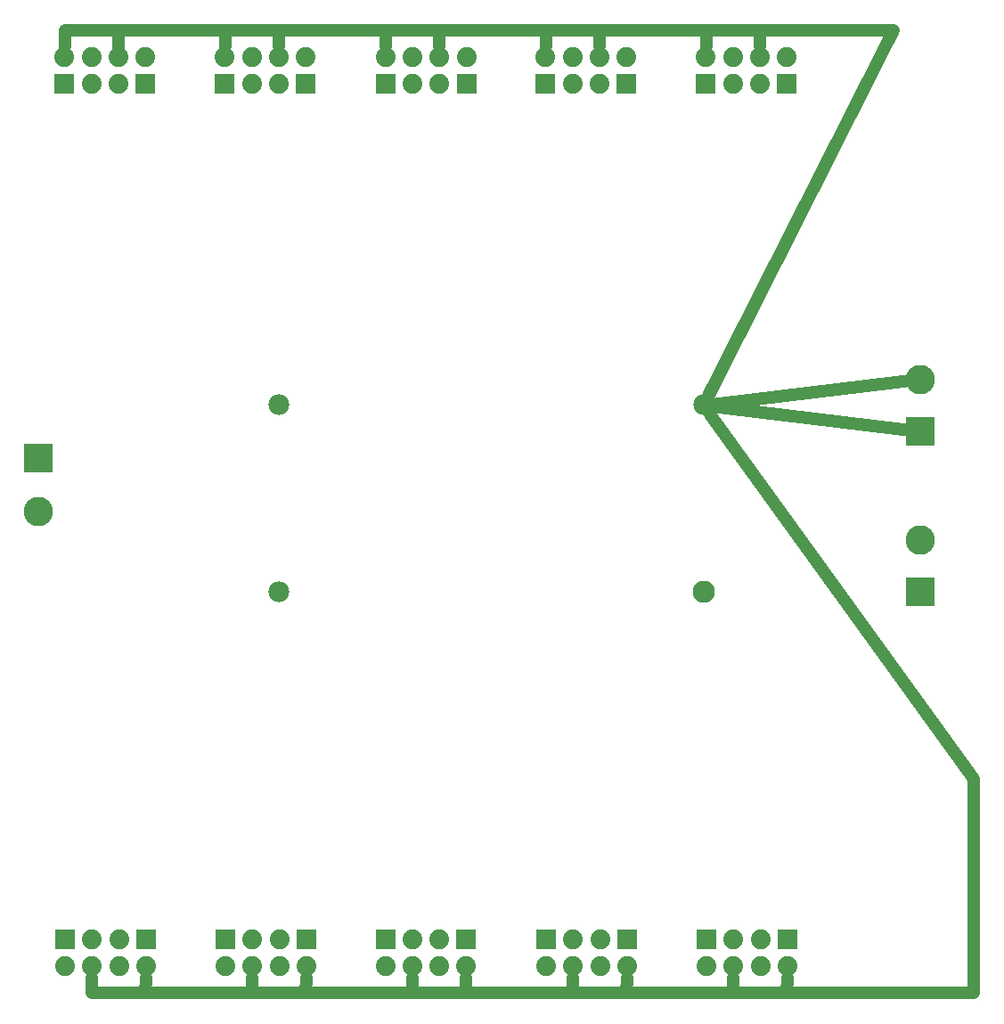
<source format=gbl>
G04 MADE WITH FRITZING*
G04 WWW.FRITZING.ORG*
G04 DOUBLE SIDED*
G04 HOLES PLATED*
G04 CONTOUR ON CENTER OF CONTOUR VECTOR*
%ASAXBY*%
%FSLAX23Y23*%
%MOIN*%
%OFA0B0*%
%SFA1.0B1.0*%
%ADD10C,0.074472*%
%ADD11C,0.078000*%
%ADD12C,0.083307*%
%ADD13C,0.110236*%
%ADD14R,0.074472X0.074108*%
%ADD15R,0.110236X0.110236*%
%ADD16C,0.048000*%
%LNCOPPER0*%
G90*
G70*
G54D10*
X405Y374D03*
X405Y274D03*
X506Y374D03*
X506Y274D03*
X607Y374D03*
X607Y274D03*
X707Y374D03*
X707Y274D03*
X2805Y374D03*
X2805Y274D03*
X2906Y374D03*
X2906Y274D03*
X3007Y374D03*
X3007Y274D03*
X3107Y374D03*
X3107Y274D03*
X1005Y374D03*
X1005Y274D03*
X1106Y374D03*
X1106Y274D03*
X1207Y374D03*
X1207Y274D03*
X1307Y374D03*
X1307Y274D03*
X2205Y374D03*
X2205Y274D03*
X2306Y374D03*
X2306Y274D03*
X2407Y374D03*
X2407Y274D03*
X2507Y374D03*
X2507Y274D03*
X1604Y374D03*
X1604Y274D03*
X1705Y374D03*
X1705Y274D03*
X1805Y374D03*
X1805Y274D03*
X1906Y374D03*
X1906Y274D03*
X3105Y3574D03*
X3105Y3674D03*
X3005Y3574D03*
X3005Y3674D03*
X2904Y3574D03*
X2904Y3674D03*
X2803Y3574D03*
X2803Y3674D03*
X1907Y3574D03*
X1907Y3674D03*
X1806Y3574D03*
X1806Y3674D03*
X1705Y3574D03*
X1705Y3674D03*
X1605Y3574D03*
X1605Y3674D03*
X1305Y3574D03*
X1305Y3674D03*
X1205Y3574D03*
X1205Y3674D03*
X1104Y3574D03*
X1104Y3674D03*
X1003Y3574D03*
X1003Y3674D03*
X705Y3574D03*
X705Y3674D03*
X605Y3574D03*
X605Y3674D03*
X504Y3574D03*
X504Y3674D03*
X403Y3574D03*
X403Y3674D03*
X2505Y3574D03*
X2505Y3674D03*
X2405Y3574D03*
X2405Y3674D03*
X2304Y3574D03*
X2304Y3674D03*
X2203Y3574D03*
X2203Y3674D03*
G54D11*
X1206Y2374D03*
X1206Y1674D03*
X2795Y2374D03*
G54D12*
X2795Y1674D03*
G54D13*
X3606Y2274D03*
X3606Y2470D03*
X3606Y1674D03*
X3606Y1870D03*
X306Y2174D03*
X306Y1977D03*
G54D14*
X405Y374D03*
X707Y374D03*
X2805Y374D03*
X3107Y374D03*
X1005Y374D03*
X1307Y374D03*
X2205Y374D03*
X2507Y374D03*
X1604Y374D03*
X1906Y374D03*
X3105Y3574D03*
X2803Y3574D03*
X1907Y3574D03*
X1605Y3574D03*
X1305Y3574D03*
X1003Y3574D03*
X705Y3574D03*
X403Y3574D03*
X2505Y3574D03*
X2203Y3574D03*
G54D15*
X3606Y2274D03*
X3606Y1674D03*
X306Y2174D03*
G54D16*
X406Y3774D02*
X404Y3716D01*
D02*
X3506Y3774D02*
X406Y3774D01*
D02*
X2813Y2410D02*
X3506Y3774D01*
D02*
X606Y3774D02*
X605Y3705D01*
D02*
X3506Y3774D02*
X606Y3774D01*
D02*
X2808Y2400D02*
X3506Y3774D01*
D02*
X3506Y3774D02*
X1006Y3774D01*
D02*
X1006Y3774D02*
X1004Y3716D01*
D02*
X2813Y2410D02*
X3506Y3774D01*
D02*
X1206Y3774D02*
X1205Y3716D01*
D02*
X3506Y3774D02*
X1206Y3774D01*
D02*
X2813Y2410D02*
X3506Y3774D01*
D02*
X3506Y3774D02*
X1606Y3774D01*
D02*
X1606Y3774D02*
X1605Y3716D01*
D02*
X2813Y2410D02*
X3506Y3774D01*
D02*
X3506Y3774D02*
X1806Y3774D01*
D02*
X1806Y3774D02*
X1806Y3716D01*
D02*
X2813Y2410D02*
X3506Y3774D01*
D02*
X3506Y3774D02*
X2206Y3774D01*
D02*
X2206Y3774D02*
X2204Y3716D01*
D02*
X2813Y2410D02*
X3506Y3774D01*
D02*
X3506Y3774D02*
X2406Y3774D01*
D02*
X2406Y3774D02*
X2405Y3716D01*
D02*
X2813Y2410D02*
X3506Y3774D01*
D02*
X3506Y3774D02*
X2806Y3774D01*
D02*
X2806Y3774D02*
X2804Y3716D01*
D02*
X2813Y2410D02*
X3506Y3774D01*
D02*
X2813Y2410D02*
X3506Y3774D01*
D02*
X3506Y3774D02*
X3006Y3774D01*
D02*
X3006Y3774D02*
X3005Y3716D01*
D02*
X3806Y174D02*
X3806Y974D01*
D02*
X3106Y174D02*
X3806Y174D01*
D02*
X3806Y974D02*
X2819Y2340D01*
D02*
X3107Y231D02*
X3106Y174D01*
D02*
X2906Y174D02*
X2906Y231D01*
D02*
X3806Y174D02*
X2906Y174D01*
D02*
X3806Y974D02*
X3806Y174D01*
D02*
X2819Y2340D02*
X3806Y974D01*
D02*
X2506Y174D02*
X2507Y231D01*
D02*
X3806Y174D02*
X2506Y174D01*
D02*
X3806Y974D02*
X3806Y174D01*
D02*
X2819Y2340D02*
X3806Y974D01*
D02*
X2306Y174D02*
X2306Y231D01*
D02*
X3806Y174D02*
X2306Y174D01*
D02*
X3806Y974D02*
X3806Y174D01*
D02*
X2819Y2340D02*
X3806Y974D01*
D02*
X1906Y174D02*
X1906Y231D01*
D02*
X3806Y174D02*
X1906Y174D01*
D02*
X2819Y2340D02*
X3806Y974D01*
D02*
X3806Y974D02*
X3806Y174D01*
D02*
X3806Y174D02*
X1706Y174D01*
D02*
X1706Y174D02*
X1705Y231D01*
D02*
X2819Y2340D02*
X3806Y974D01*
D02*
X3806Y974D02*
X3806Y174D01*
D02*
X3806Y174D02*
X1306Y174D01*
D02*
X1306Y174D02*
X1307Y231D01*
D02*
X3806Y974D02*
X3806Y174D01*
D02*
X2819Y2340D02*
X3806Y974D01*
D02*
X1106Y174D02*
X1106Y231D01*
D02*
X3806Y174D02*
X1106Y174D01*
D02*
X2819Y2340D02*
X3806Y974D01*
D02*
X3806Y974D02*
X3806Y174D01*
D02*
X706Y174D02*
X707Y231D01*
D02*
X3806Y174D02*
X706Y174D01*
D02*
X2819Y2340D02*
X3806Y974D01*
D02*
X3806Y974D02*
X3806Y174D01*
D02*
X506Y174D02*
X506Y231D01*
D02*
X3806Y974D02*
X3806Y174D01*
D02*
X3806Y174D02*
X506Y174D01*
D02*
X2819Y2340D02*
X3806Y974D01*
D02*
X2825Y2377D02*
X3569Y2466D01*
D02*
X2825Y2370D02*
X3569Y2278D01*
G04 End of Copper0*
M02*
</source>
